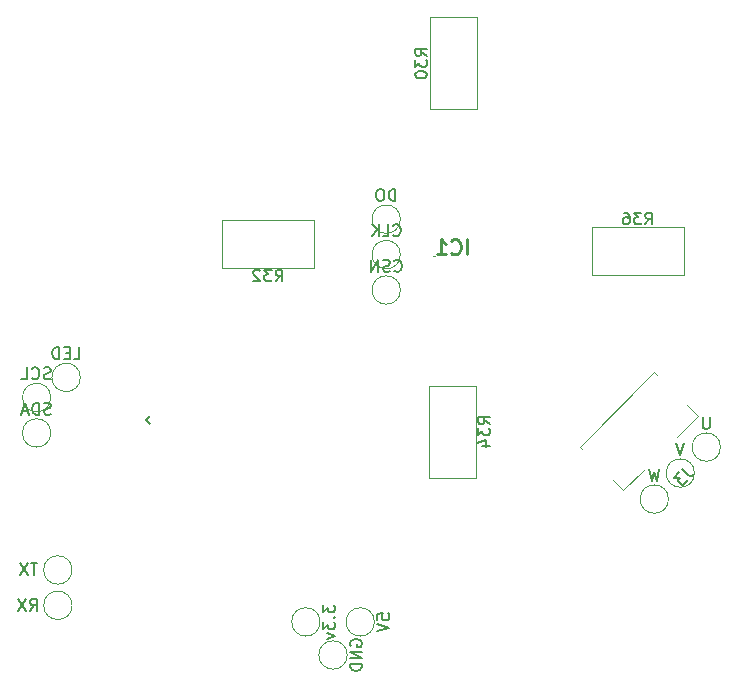
<source format=gbr>
%TF.GenerationSoftware,KiCad,Pcbnew,(6.0.8)*%
%TF.CreationDate,2022-10-28T13:47:00+02:00*%
%TF.ProjectId,view_base,76696577-5f62-4617-9365-2e6b69636164,rev?*%
%TF.SameCoordinates,Original*%
%TF.FileFunction,Legend,Bot*%
%TF.FilePolarity,Positive*%
%FSLAX46Y46*%
G04 Gerber Fmt 4.6, Leading zero omitted, Abs format (unit mm)*
G04 Created by KiCad (PCBNEW (6.0.8)) date 2022-10-28 13:47:00*
%MOMM*%
%LPD*%
G01*
G04 APERTURE LIST*
%ADD10C,0.254000*%
%ADD11C,0.150000*%
%ADD12C,0.100000*%
%ADD13C,0.120000*%
G04 APERTURE END LIST*
D10*
%TO.C,IC1*%
X101239761Y-100574523D02*
X101239761Y-99304523D01*
X99909285Y-100453571D02*
X99969761Y-100514047D01*
X100151190Y-100574523D01*
X100272142Y-100574523D01*
X100453571Y-100514047D01*
X100574523Y-100393095D01*
X100635000Y-100272142D01*
X100695476Y-100030238D01*
X100695476Y-99848809D01*
X100635000Y-99606904D01*
X100574523Y-99485952D01*
X100453571Y-99365000D01*
X100272142Y-99304523D01*
X100151190Y-99304523D01*
X99969761Y-99365000D01*
X99909285Y-99425476D01*
X98699761Y-100574523D02*
X99425476Y-100574523D01*
X99062619Y-100574523D02*
X99062619Y-99304523D01*
X99183571Y-99485952D01*
X99304523Y-99606904D01*
X99425476Y-99667380D01*
D11*
%TO.C,TP4*%
X64266666Y-130752380D02*
X64600000Y-130276190D01*
X64838095Y-130752380D02*
X64838095Y-129752380D01*
X64457142Y-129752380D01*
X64361904Y-129800000D01*
X64314285Y-129847619D01*
X64266666Y-129942857D01*
X64266666Y-130085714D01*
X64314285Y-130180952D01*
X64361904Y-130228571D01*
X64457142Y-130276190D01*
X64838095Y-130276190D01*
X63933333Y-129752380D02*
X63266666Y-130752380D01*
X63266666Y-129752380D02*
X63933333Y-130752380D01*
%TO.C,TP3*%
X64861904Y-126752380D02*
X64290476Y-126752380D01*
X64576190Y-127752380D02*
X64576190Y-126752380D01*
X64052380Y-126752380D02*
X63385714Y-127752380D01*
X63385714Y-126752380D02*
X64052380Y-127752380D01*
%TO.C,TP14*%
X95185714Y-96052380D02*
X95185714Y-95052380D01*
X94947619Y-95052380D01*
X94804761Y-95100000D01*
X94709523Y-95195238D01*
X94661904Y-95290476D01*
X94614285Y-95480952D01*
X94614285Y-95623809D01*
X94661904Y-95814285D01*
X94709523Y-95909523D01*
X94804761Y-96004761D01*
X94947619Y-96052380D01*
X95185714Y-96052380D01*
X93995238Y-95052380D02*
X93804761Y-95052380D01*
X93709523Y-95100000D01*
X93614285Y-95195238D01*
X93566666Y-95385714D01*
X93566666Y-95719047D01*
X93614285Y-95909523D01*
X93709523Y-96004761D01*
X93804761Y-96052380D01*
X93995238Y-96052380D01*
X94090476Y-96004761D01*
X94185714Y-95909523D01*
X94233333Y-95719047D01*
X94233333Y-95385714D01*
X94185714Y-95195238D01*
X94090476Y-95100000D01*
X93995238Y-95052380D01*
%TO.C,TP13*%
X94995238Y-98957142D02*
X95042857Y-99004761D01*
X95185714Y-99052380D01*
X95280952Y-99052380D01*
X95423809Y-99004761D01*
X95519047Y-98909523D01*
X95566666Y-98814285D01*
X95614285Y-98623809D01*
X95614285Y-98480952D01*
X95566666Y-98290476D01*
X95519047Y-98195238D01*
X95423809Y-98100000D01*
X95280952Y-98052380D01*
X95185714Y-98052380D01*
X95042857Y-98100000D01*
X94995238Y-98147619D01*
X94090476Y-99052380D02*
X94566666Y-99052380D01*
X94566666Y-98052380D01*
X93757142Y-99052380D02*
X93757142Y-98052380D01*
X93185714Y-99052380D02*
X93614285Y-98480952D01*
X93185714Y-98052380D02*
X93757142Y-98623809D01*
%TO.C,TP12*%
X95090476Y-101957142D02*
X95138095Y-102004761D01*
X95280952Y-102052380D01*
X95376190Y-102052380D01*
X95519047Y-102004761D01*
X95614285Y-101909523D01*
X95661904Y-101814285D01*
X95709523Y-101623809D01*
X95709523Y-101480952D01*
X95661904Y-101290476D01*
X95614285Y-101195238D01*
X95519047Y-101100000D01*
X95376190Y-101052380D01*
X95280952Y-101052380D01*
X95138095Y-101100000D01*
X95090476Y-101147619D01*
X94709523Y-102004761D02*
X94566666Y-102052380D01*
X94328571Y-102052380D01*
X94233333Y-102004761D01*
X94185714Y-101957142D01*
X94138095Y-101861904D01*
X94138095Y-101766666D01*
X94185714Y-101671428D01*
X94233333Y-101623809D01*
X94328571Y-101576190D01*
X94519047Y-101528571D01*
X94614285Y-101480952D01*
X94661904Y-101433333D01*
X94709523Y-101338095D01*
X94709523Y-101242857D01*
X94661904Y-101147619D01*
X94614285Y-101100000D01*
X94519047Y-101052380D01*
X94280952Y-101052380D01*
X94138095Y-101100000D01*
X93709523Y-102052380D02*
X93709523Y-101052380D01*
X93138095Y-102052380D01*
X93138095Y-101052380D01*
%TO.C,TP11*%
X67942857Y-109452380D02*
X68419047Y-109452380D01*
X68419047Y-108452380D01*
X67609523Y-108928571D02*
X67276190Y-108928571D01*
X67133333Y-109452380D02*
X67609523Y-109452380D01*
X67609523Y-108452380D01*
X67133333Y-108452380D01*
X66704761Y-109452380D02*
X66704761Y-108452380D01*
X66466666Y-108452380D01*
X66323809Y-108500000D01*
X66228571Y-108595238D01*
X66180952Y-108690476D01*
X66133333Y-108880952D01*
X66133333Y-109023809D01*
X66180952Y-109214285D01*
X66228571Y-109309523D01*
X66323809Y-109404761D01*
X66466666Y-109452380D01*
X66704761Y-109452380D01*
%TO.C,TP10*%
X117528571Y-118752380D02*
X117290476Y-119752380D01*
X117100000Y-119038095D01*
X116909523Y-119752380D01*
X116671428Y-118752380D01*
%TO.C,TP9*%
X119633333Y-116552380D02*
X119300000Y-117552380D01*
X118966666Y-116552380D01*
%TO.C,TP8*%
X121785714Y-114352380D02*
X121785714Y-115161904D01*
X121738095Y-115257142D01*
X121690476Y-115304761D01*
X121595238Y-115352380D01*
X121404761Y-115352380D01*
X121309523Y-115304761D01*
X121261904Y-115257142D01*
X121214285Y-115161904D01*
X121214285Y-114352380D01*
%TO.C,TP7*%
X65990476Y-111104761D02*
X65847619Y-111152380D01*
X65609523Y-111152380D01*
X65514285Y-111104761D01*
X65466666Y-111057142D01*
X65419047Y-110961904D01*
X65419047Y-110866666D01*
X65466666Y-110771428D01*
X65514285Y-110723809D01*
X65609523Y-110676190D01*
X65800000Y-110628571D01*
X65895238Y-110580952D01*
X65942857Y-110533333D01*
X65990476Y-110438095D01*
X65990476Y-110342857D01*
X65942857Y-110247619D01*
X65895238Y-110200000D01*
X65800000Y-110152380D01*
X65561904Y-110152380D01*
X65419047Y-110200000D01*
X64419047Y-111057142D02*
X64466666Y-111104761D01*
X64609523Y-111152380D01*
X64704761Y-111152380D01*
X64847619Y-111104761D01*
X64942857Y-111009523D01*
X64990476Y-110914285D01*
X65038095Y-110723809D01*
X65038095Y-110580952D01*
X64990476Y-110390476D01*
X64942857Y-110295238D01*
X64847619Y-110200000D01*
X64704761Y-110152380D01*
X64609523Y-110152380D01*
X64466666Y-110200000D01*
X64419047Y-110247619D01*
X63514285Y-111152380D02*
X63990476Y-111152380D01*
X63990476Y-110152380D01*
%TO.C,TP6*%
X66014285Y-114104761D02*
X65871428Y-114152380D01*
X65633333Y-114152380D01*
X65538095Y-114104761D01*
X65490476Y-114057142D01*
X65442857Y-113961904D01*
X65442857Y-113866666D01*
X65490476Y-113771428D01*
X65538095Y-113723809D01*
X65633333Y-113676190D01*
X65823809Y-113628571D01*
X65919047Y-113580952D01*
X65966666Y-113533333D01*
X66014285Y-113438095D01*
X66014285Y-113342857D01*
X65966666Y-113247619D01*
X65919047Y-113200000D01*
X65823809Y-113152380D01*
X65585714Y-113152380D01*
X65442857Y-113200000D01*
X65014285Y-114152380D02*
X65014285Y-113152380D01*
X64776190Y-113152380D01*
X64633333Y-113200000D01*
X64538095Y-113295238D01*
X64490476Y-113390476D01*
X64442857Y-113580952D01*
X64442857Y-113723809D01*
X64490476Y-113914285D01*
X64538095Y-114009523D01*
X64633333Y-114104761D01*
X64776190Y-114152380D01*
X65014285Y-114152380D01*
X64061904Y-113866666D02*
X63585714Y-113866666D01*
X64157142Y-114152380D02*
X63823809Y-113152380D01*
X63490476Y-114152380D01*
%TO.C,TP5*%
X91400000Y-133738095D02*
X91352380Y-133642857D01*
X91352380Y-133500000D01*
X91400000Y-133357142D01*
X91495238Y-133261904D01*
X91590476Y-133214285D01*
X91780952Y-133166666D01*
X91923809Y-133166666D01*
X92114285Y-133214285D01*
X92209523Y-133261904D01*
X92304761Y-133357142D01*
X92352380Y-133500000D01*
X92352380Y-133595238D01*
X92304761Y-133738095D01*
X92257142Y-133785714D01*
X91923809Y-133785714D01*
X91923809Y-133595238D01*
X92352380Y-134214285D02*
X91352380Y-134214285D01*
X92352380Y-134785714D01*
X91352380Y-134785714D01*
X92352380Y-135261904D02*
X91352380Y-135261904D01*
X91352380Y-135500000D01*
X91400000Y-135642857D01*
X91495238Y-135738095D01*
X91590476Y-135785714D01*
X91780952Y-135833333D01*
X91923809Y-135833333D01*
X92114285Y-135785714D01*
X92209523Y-135738095D01*
X92304761Y-135642857D01*
X92352380Y-135500000D01*
X92352380Y-135261904D01*
%TO.C,TP2*%
X89052380Y-130271428D02*
X89052380Y-130890476D01*
X89433333Y-130557142D01*
X89433333Y-130700000D01*
X89480952Y-130795238D01*
X89528571Y-130842857D01*
X89623809Y-130890476D01*
X89861904Y-130890476D01*
X89957142Y-130842857D01*
X90004761Y-130795238D01*
X90052380Y-130700000D01*
X90052380Y-130414285D01*
X90004761Y-130319047D01*
X89957142Y-130271428D01*
X89957142Y-131319047D02*
X90004761Y-131366666D01*
X90052380Y-131319047D01*
X90004761Y-131271428D01*
X89957142Y-131319047D01*
X90052380Y-131319047D01*
X89052380Y-131700000D02*
X89052380Y-132319047D01*
X89433333Y-131985714D01*
X89433333Y-132128571D01*
X89480952Y-132223809D01*
X89528571Y-132271428D01*
X89623809Y-132319047D01*
X89861904Y-132319047D01*
X89957142Y-132271428D01*
X90004761Y-132223809D01*
X90052380Y-132128571D01*
X90052380Y-131842857D01*
X90004761Y-131747619D01*
X89957142Y-131700000D01*
X89385714Y-132652380D02*
X90052380Y-132890476D01*
X89385714Y-133128571D01*
%TO.C,TP1*%
X93652380Y-131509523D02*
X93652380Y-131033333D01*
X94128571Y-130985714D01*
X94080952Y-131033333D01*
X94033333Y-131128571D01*
X94033333Y-131366666D01*
X94080952Y-131461904D01*
X94128571Y-131509523D01*
X94223809Y-131557142D01*
X94461904Y-131557142D01*
X94557142Y-131509523D01*
X94604761Y-131461904D01*
X94652380Y-131366666D01*
X94652380Y-131128571D01*
X94604761Y-131033333D01*
X94557142Y-130985714D01*
X93652380Y-131842857D02*
X94652380Y-132176190D01*
X93652380Y-132509523D01*
%TO.C,R36*%
X116342857Y-98037380D02*
X116676190Y-97561190D01*
X116914285Y-98037380D02*
X116914285Y-97037380D01*
X116533333Y-97037380D01*
X116438095Y-97085000D01*
X116390476Y-97132619D01*
X116342857Y-97227857D01*
X116342857Y-97370714D01*
X116390476Y-97465952D01*
X116438095Y-97513571D01*
X116533333Y-97561190D01*
X116914285Y-97561190D01*
X116009523Y-97037380D02*
X115390476Y-97037380D01*
X115723809Y-97418333D01*
X115580952Y-97418333D01*
X115485714Y-97465952D01*
X115438095Y-97513571D01*
X115390476Y-97608809D01*
X115390476Y-97846904D01*
X115438095Y-97942142D01*
X115485714Y-97989761D01*
X115580952Y-98037380D01*
X115866666Y-98037380D01*
X115961904Y-97989761D01*
X116009523Y-97942142D01*
X114533333Y-97037380D02*
X114723809Y-97037380D01*
X114819047Y-97085000D01*
X114866666Y-97132619D01*
X114961904Y-97275476D01*
X115009523Y-97465952D01*
X115009523Y-97846904D01*
X114961904Y-97942142D01*
X114914285Y-97989761D01*
X114819047Y-98037380D01*
X114628571Y-98037380D01*
X114533333Y-97989761D01*
X114485714Y-97942142D01*
X114438095Y-97846904D01*
X114438095Y-97608809D01*
X114485714Y-97513571D01*
X114533333Y-97465952D01*
X114628571Y-97418333D01*
X114819047Y-97418333D01*
X114914285Y-97465952D01*
X114961904Y-97513571D01*
X115009523Y-97608809D01*
%TO.C,R34*%
X103167380Y-114957142D02*
X102691190Y-114623809D01*
X103167380Y-114385714D02*
X102167380Y-114385714D01*
X102167380Y-114766666D01*
X102215000Y-114861904D01*
X102262619Y-114909523D01*
X102357857Y-114957142D01*
X102500714Y-114957142D01*
X102595952Y-114909523D01*
X102643571Y-114861904D01*
X102691190Y-114766666D01*
X102691190Y-114385714D01*
X102167380Y-115290476D02*
X102167380Y-115909523D01*
X102548333Y-115576190D01*
X102548333Y-115719047D01*
X102595952Y-115814285D01*
X102643571Y-115861904D01*
X102738809Y-115909523D01*
X102976904Y-115909523D01*
X103072142Y-115861904D01*
X103119761Y-115814285D01*
X103167380Y-115719047D01*
X103167380Y-115433333D01*
X103119761Y-115338095D01*
X103072142Y-115290476D01*
X102500714Y-116766666D02*
X103167380Y-116766666D01*
X102119761Y-116528571D02*
X102834047Y-116290476D01*
X102834047Y-116909523D01*
%TO.C,R32*%
X85042857Y-102867380D02*
X85376190Y-102391190D01*
X85614285Y-102867380D02*
X85614285Y-101867380D01*
X85233333Y-101867380D01*
X85138095Y-101915000D01*
X85090476Y-101962619D01*
X85042857Y-102057857D01*
X85042857Y-102200714D01*
X85090476Y-102295952D01*
X85138095Y-102343571D01*
X85233333Y-102391190D01*
X85614285Y-102391190D01*
X84709523Y-101867380D02*
X84090476Y-101867380D01*
X84423809Y-102248333D01*
X84280952Y-102248333D01*
X84185714Y-102295952D01*
X84138095Y-102343571D01*
X84090476Y-102438809D01*
X84090476Y-102676904D01*
X84138095Y-102772142D01*
X84185714Y-102819761D01*
X84280952Y-102867380D01*
X84566666Y-102867380D01*
X84661904Y-102819761D01*
X84709523Y-102772142D01*
X83709523Y-101962619D02*
X83661904Y-101915000D01*
X83566666Y-101867380D01*
X83328571Y-101867380D01*
X83233333Y-101915000D01*
X83185714Y-101962619D01*
X83138095Y-102057857D01*
X83138095Y-102153095D01*
X83185714Y-102295952D01*
X83757142Y-102867380D01*
X83138095Y-102867380D01*
%TO.C,R30*%
X97837380Y-83757142D02*
X97361190Y-83423809D01*
X97837380Y-83185714D02*
X96837380Y-83185714D01*
X96837380Y-83566666D01*
X96885000Y-83661904D01*
X96932619Y-83709523D01*
X97027857Y-83757142D01*
X97170714Y-83757142D01*
X97265952Y-83709523D01*
X97313571Y-83661904D01*
X97361190Y-83566666D01*
X97361190Y-83185714D01*
X96837380Y-84090476D02*
X96837380Y-84709523D01*
X97218333Y-84376190D01*
X97218333Y-84519047D01*
X97265952Y-84614285D01*
X97313571Y-84661904D01*
X97408809Y-84709523D01*
X97646904Y-84709523D01*
X97742142Y-84661904D01*
X97789761Y-84614285D01*
X97837380Y-84519047D01*
X97837380Y-84233333D01*
X97789761Y-84138095D01*
X97742142Y-84090476D01*
X96837380Y-85328571D02*
X96837380Y-85423809D01*
X96885000Y-85519047D01*
X96932619Y-85566666D01*
X97027857Y-85614285D01*
X97218333Y-85661904D01*
X97456428Y-85661904D01*
X97646904Y-85614285D01*
X97742142Y-85566666D01*
X97789761Y-85519047D01*
X97837380Y-85423809D01*
X97837380Y-85328571D01*
X97789761Y-85233333D01*
X97742142Y-85185714D01*
X97646904Y-85138095D01*
X97456428Y-85090476D01*
X97218333Y-85090476D01*
X97027857Y-85138095D01*
X96932619Y-85185714D01*
X96885000Y-85233333D01*
X96837380Y-85328571D01*
%TO.C,J3*%
X119474930Y-118774300D02*
X119980006Y-119279376D01*
X120114693Y-119346720D01*
X120249380Y-119346720D01*
X120384067Y-119279376D01*
X120451410Y-119212033D01*
X119205556Y-119043674D02*
X118767823Y-119481407D01*
X119272899Y-119515079D01*
X119171884Y-119616094D01*
X119138212Y-119717109D01*
X119138212Y-119784453D01*
X119171884Y-119885468D01*
X119340243Y-120053827D01*
X119441258Y-120087498D01*
X119508601Y-120087498D01*
X119609617Y-120053827D01*
X119811647Y-119851796D01*
X119845319Y-119750781D01*
X119845319Y-119683437D01*
D12*
%TO.C,IC1*%
X98400000Y-100750000D02*
X98400000Y-100750000D01*
X98500000Y-100750000D02*
X98500000Y-100750000D01*
X98500000Y-100750000D02*
G75*
G03*
X98400000Y-100750000I-50000J0D01*
G01*
X98400000Y-100750000D02*
G75*
G03*
X98500000Y-100750000I50000J0D01*
G01*
D13*
%TO.C,TP4*%
X67800000Y-130300000D02*
G75*
G03*
X67800000Y-130300000I-1200000J0D01*
G01*
%TO.C,TP3*%
X67800000Y-127300000D02*
G75*
G03*
X67800000Y-127300000I-1200000J0D01*
G01*
%TO.C,TP14*%
X95600000Y-97600000D02*
G75*
G03*
X95600000Y-97600000I-1200000J0D01*
G01*
%TO.C,TP13*%
X95600000Y-100600000D02*
G75*
G03*
X95600000Y-100600000I-1200000J0D01*
G01*
%TO.C,TP12*%
X95600000Y-103600000D02*
G75*
G03*
X95600000Y-103600000I-1200000J0D01*
G01*
%TO.C,TP11*%
X68500000Y-111000000D02*
G75*
G03*
X68500000Y-111000000I-1200000J0D01*
G01*
%TO.C,TP10*%
X118300000Y-121300000D02*
G75*
G03*
X118300000Y-121300000I-1200000J0D01*
G01*
%TO.C,TP9*%
X120500000Y-119100000D02*
G75*
G03*
X120500000Y-119100000I-1200000J0D01*
G01*
%TO.C,TP8*%
X122700000Y-116900000D02*
G75*
G03*
X122700000Y-116900000I-1200000J0D01*
G01*
%TO.C,TP7*%
X66000000Y-112700000D02*
G75*
G03*
X66000000Y-112700000I-1200000J0D01*
G01*
%TO.C,TP6*%
X66000000Y-115700000D02*
G75*
G03*
X66000000Y-115700000I-1200000J0D01*
G01*
%TO.C,TP5*%
X91100000Y-134500000D02*
G75*
G03*
X91100000Y-134500000I-1200000J0D01*
G01*
%TO.C,TP2*%
X88800000Y-131700000D02*
G75*
G03*
X88800000Y-131700000I-1200000J0D01*
G01*
%TO.C,TP1*%
X93400000Y-131700000D02*
G75*
G03*
X93400000Y-131700000I-1200000J0D01*
G01*
%TO.C,R36*%
X111800000Y-98300000D02*
X119600000Y-98300000D01*
X111800000Y-102300000D02*
X111800000Y-98300000D01*
X119600000Y-98300000D02*
X119600000Y-102300000D01*
X119600000Y-102300000D02*
X111800000Y-102300000D01*
%TO.C,R34*%
X98000000Y-119500000D02*
X98000000Y-111700000D01*
X102000000Y-119500000D02*
X98000000Y-119500000D01*
X98000000Y-111700000D02*
X102000000Y-111700000D01*
X102000000Y-111700000D02*
X102000000Y-119500000D01*
%TO.C,R32*%
X88300000Y-101700000D02*
X80500000Y-101700000D01*
X88300000Y-97700000D02*
X88300000Y-101700000D01*
X80500000Y-101700000D02*
X80500000Y-97700000D01*
X80500000Y-97700000D02*
X88300000Y-97700000D01*
%TO.C,R30*%
X98100000Y-88300000D02*
X98100000Y-80500000D01*
X102100000Y-88300000D02*
X98100000Y-88300000D01*
X98100000Y-80500000D02*
X102100000Y-80500000D01*
X102100000Y-80500000D02*
X102100000Y-88300000D01*
%TO.C,J3*%
X119873962Y-113351500D02*
X120779031Y-114256568D01*
X111006800Y-117070813D02*
X110808838Y-116872850D01*
X116239383Y-118796216D02*
X114485793Y-120549806D01*
X120779031Y-114256568D02*
X119025440Y-116010158D01*
X117102075Y-110579613D02*
X117300038Y-110777575D01*
X110808838Y-116872850D02*
X117102075Y-110579613D01*
X114485793Y-120549806D02*
X113580725Y-119644737D01*
D11*
%TO.C,J1*%
X74070398Y-114603806D02*
X74423951Y-114250253D01*
X74423951Y-114957360D02*
X74070398Y-114603806D01*
%TD*%
M02*

</source>
